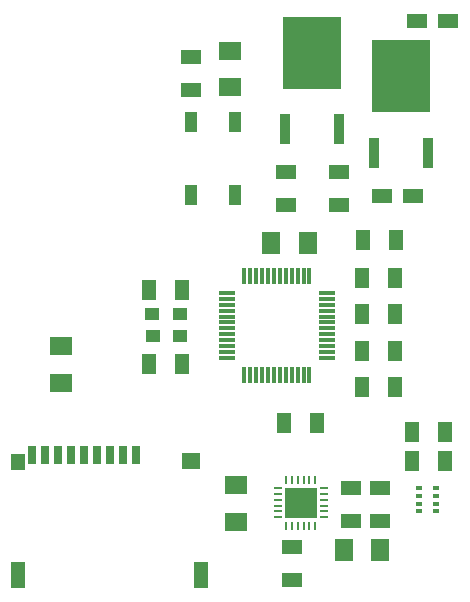
<source format=gtp>
G04*
G04 #@! TF.GenerationSoftware,Altium Limited,Altium Designer,24.2.2 (26)*
G04*
G04 Layer_Color=8421504*
%FSLAX44Y44*%
%MOMM*%
G71*
G04*
G04 #@! TF.SameCoordinates,98A400C0-08DE-4AD7-B425-4E8C3969B8A2*
G04*
G04*
G04 #@! TF.FilePolarity,Positive*
G04*
G01*
G75*
%ADD14R,1.8000X1.2300*%
%ADD15R,0.9500X2.6000*%
%ADD16R,4.9000X6.2000*%
%ADD17R,0.3000X1.4500*%
%ADD18R,1.4500X0.3000*%
%ADD19R,1.9000X1.6000*%
%ADD20R,1.6000X1.4000*%
%ADD21R,1.2000X2.2000*%
%ADD22R,1.2000X1.4000*%
%ADD23R,0.7000X1.6000*%
%ADD24R,1.3000X1.7500*%
%ADD25R,2.7000X2.6000*%
%ADD26R,0.2500X0.8000*%
%ADD27R,0.8000X0.2500*%
%ADD28R,0.5000X0.3500*%
%ADD29R,1.6000X1.9000*%
%ADD30R,1.1000X1.8000*%
%ADD31R,1.3000X1.1000*%
%ADD32R,1.7500X1.3000*%
D14*
X760000Y1082500D02*
D03*
X733800D02*
D03*
D03*
X730000Y935000D02*
D03*
D03*
X703800D02*
D03*
D15*
X697200Y971000D02*
D03*
X742800D02*
D03*
X622200Y991000D02*
D03*
X667800D02*
D03*
D16*
X720000Y1036000D02*
D03*
X645000Y1056000D02*
D03*
D17*
X587500Y867250D02*
D03*
X592500D02*
D03*
X597500D02*
D03*
X602500D02*
D03*
X607500D02*
D03*
X612500D02*
D03*
X617500D02*
D03*
X622500D02*
D03*
X627500D02*
D03*
X632500D02*
D03*
X637500D02*
D03*
X642500D02*
D03*
Y782750D02*
D03*
X637500D02*
D03*
X632500D02*
D03*
X627500D02*
D03*
X622500D02*
D03*
X617500D02*
D03*
X612500D02*
D03*
X607500D02*
D03*
X602500D02*
D03*
X597500D02*
D03*
X592500D02*
D03*
X587500D02*
D03*
D18*
X657250Y852500D02*
D03*
Y847500D02*
D03*
Y842500D02*
D03*
Y837500D02*
D03*
Y832500D02*
D03*
Y827500D02*
D03*
Y822500D02*
D03*
Y817500D02*
D03*
Y812500D02*
D03*
Y807500D02*
D03*
Y802500D02*
D03*
Y797500D02*
D03*
X572750D02*
D03*
Y802500D02*
D03*
Y807500D02*
D03*
Y812500D02*
D03*
Y817500D02*
D03*
Y822500D02*
D03*
Y827500D02*
D03*
Y832500D02*
D03*
Y837500D02*
D03*
Y842500D02*
D03*
Y847500D02*
D03*
Y852500D02*
D03*
D19*
X580000Y690000D02*
D03*
D03*
Y659000D02*
D03*
X432500Y807500D02*
D03*
Y776500D02*
D03*
D03*
X575000Y1057500D02*
D03*
Y1026500D02*
D03*
D03*
D20*
X542000Y710000D02*
D03*
D21*
X551000Y614000D02*
D03*
X396000Y614000D02*
D03*
D22*
Y709000D02*
D03*
D23*
X408000Y715000D02*
D03*
X419000D02*
D03*
X430000D02*
D03*
X441000D02*
D03*
X452000D02*
D03*
X463000D02*
D03*
X474000D02*
D03*
X485000D02*
D03*
X496000D02*
D03*
D24*
X649000Y742500D02*
D03*
X621000D02*
D03*
X729500Y710000D02*
D03*
X757500D02*
D03*
X729500Y735000D02*
D03*
X757500D02*
D03*
X507000Y855000D02*
D03*
X535000D02*
D03*
X507000Y792500D02*
D03*
X535000D02*
D03*
X715000Y772500D02*
D03*
X687000D02*
D03*
X715000Y803500D02*
D03*
X687000D02*
D03*
X715000Y834500D02*
D03*
X687000D02*
D03*
X715000Y865500D02*
D03*
X687000D02*
D03*
X715500Y897500D02*
D03*
X687500D02*
D03*
D25*
X635000Y675000D02*
D03*
D26*
X647500Y655500D02*
D03*
X642500D02*
D03*
X637500D02*
D03*
X632500D02*
D03*
X627500D02*
D03*
X622500D02*
D03*
Y694500D02*
D03*
X627500D02*
D03*
X632500D02*
D03*
X637500D02*
D03*
X642500D02*
D03*
X647500D02*
D03*
D27*
X615500Y662500D02*
D03*
Y667500D02*
D03*
Y672500D02*
D03*
Y677500D02*
D03*
Y682500D02*
D03*
Y687500D02*
D03*
X654500D02*
D03*
Y682500D02*
D03*
Y677500D02*
D03*
Y672500D02*
D03*
Y667500D02*
D03*
Y662500D02*
D03*
D28*
X735000Y687000D02*
D03*
Y680500D02*
D03*
Y674000D02*
D03*
Y667500D02*
D03*
X749500Y680500D02*
D03*
Y674000D02*
D03*
Y667500D02*
D03*
Y687000D02*
D03*
D29*
X641000Y895000D02*
D03*
X610000D02*
D03*
D03*
X702500Y635000D02*
D03*
X671500D02*
D03*
D03*
D30*
X542500Y997500D02*
D03*
Y935500D02*
D03*
X579500D02*
D03*
Y997500D02*
D03*
D31*
X532655Y815929D02*
D03*
X509655D02*
D03*
X532500Y835000D02*
D03*
X509609Y834837D02*
D03*
D32*
X542500Y1024500D02*
D03*
Y1052500D02*
D03*
X627500Y637500D02*
D03*
Y609500D02*
D03*
X702500Y659500D02*
D03*
Y687500D02*
D03*
X677500Y659500D02*
D03*
Y687500D02*
D03*
X667500Y927000D02*
D03*
Y955000D02*
D03*
X622500Y927000D02*
D03*
Y955000D02*
D03*
M02*

</source>
